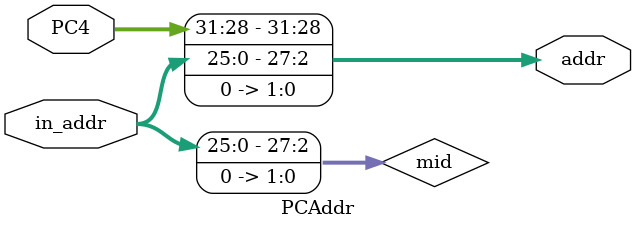
<source format=v>
`timescale 1ns / 1ps


module PCAddr(
    input [31:0]PC4,
    input [25:0] in_addr,
    output reg [31:0] addr
    );
    wire [27:0] mid;
    assign mid = in_addr<<2;
    always@(in_addr) begin
        addr <= {PC4[31:28],mid[27:0]};
    end
endmodule

</source>
